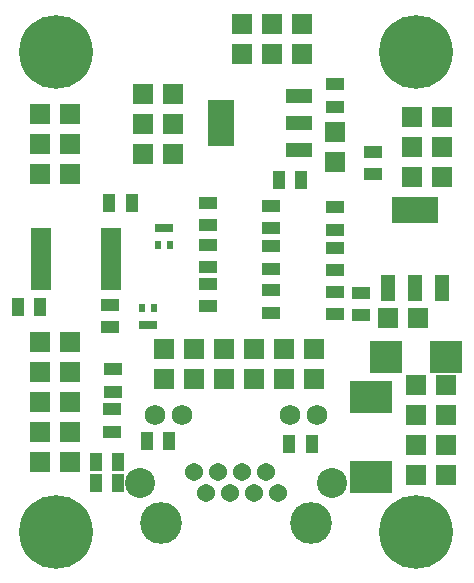
<source format=gbr>
G04 #@! TF.FileFunction,Soldermask,Bot*
%FSLAX46Y46*%
G04 Gerber Fmt 4.6, Leading zero omitted, Abs format (unit mm)*
G04 Created by KiCad (PCBNEW 4.0.1-stable) date 18. 2. 2016 10:36:15*
%MOMM*%
G01*
G04 APERTURE LIST*
%ADD10C,0.300000*%
%ADD11C,3.540000*%
%ADD12C,2.540000*%
%ADD13C,1.540000*%
%ADD14C,1.740000*%
%ADD15R,1.764000X1.764000*%
%ADD16R,1.637000X1.129000*%
%ADD17R,1.129000X1.637000*%
%ADD18C,6.240000*%
%ADD19R,3.897600X2.272000*%
%ADD20R,1.256000X2.272000*%
%ADD21R,2.272000X3.897600*%
%ADD22R,2.272000X1.256000*%
%ADD23R,1.740000X0.690000*%
%ADD24R,2.790160X2.739360*%
%ADD25R,0.539720X0.689580*%
%ADD26R,3.539460X2.739360*%
G04 APERTURE END LIST*
D10*
D11*
X13970000Y5842000D03*
X26670000Y5842000D03*
D12*
X28450000Y9272000D03*
X12190000Y9272000D03*
D13*
X17780000Y8382000D03*
X19810000Y8382000D03*
X21840000Y8382000D03*
X23870000Y8382000D03*
X16760000Y10162000D03*
X18790000Y10162000D03*
X20820000Y10162000D03*
X22850000Y10162000D03*
D14*
X27180000Y14982000D03*
X24890000Y14982000D03*
X15750000Y14982000D03*
X13460000Y14982000D03*
D15*
X35560000Y17526000D03*
X38100000Y17526000D03*
X35560000Y14986000D03*
X38100000Y14986000D03*
X35560000Y12446000D03*
X38100000Y12446000D03*
X35560000Y9906000D03*
X38100000Y9906000D03*
D16*
X30861000Y25336500D03*
X30861000Y23431500D03*
X31877000Y35369500D03*
X31877000Y37274500D03*
D17*
X25844500Y34925000D03*
X23939500Y34925000D03*
D16*
X28702000Y41084500D03*
X28702000Y42989500D03*
D17*
X3746500Y24130000D03*
X1841500Y24130000D03*
D15*
X14224000Y18034000D03*
X14224000Y20574000D03*
X16764000Y18034000D03*
X16764000Y20574000D03*
X19304000Y18034000D03*
X19304000Y20574000D03*
X21844000Y18034000D03*
X21844000Y20574000D03*
X24384000Y18034000D03*
X24384000Y20574000D03*
X26924000Y18034000D03*
X26924000Y20574000D03*
X35179000Y40259000D03*
X37719000Y40259000D03*
X35179000Y37719000D03*
X37719000Y37719000D03*
X35179000Y35179000D03*
X37719000Y35179000D03*
X28702000Y38989000D03*
X28702000Y36449000D03*
X14986000Y37084000D03*
X14986000Y39624000D03*
X14986000Y42164000D03*
X20828000Y45593000D03*
X20828000Y48133000D03*
X23368000Y45593000D03*
X23368000Y48133000D03*
X25908000Y45593000D03*
X25908000Y48133000D03*
X3746500Y37909500D03*
X6286500Y37909500D03*
X6286500Y40449500D03*
X3746500Y40449500D03*
X6223000Y21209000D03*
X3683000Y21209000D03*
X6223000Y13589000D03*
X3683000Y13589000D03*
X6223000Y16129000D03*
X3683000Y16129000D03*
X6223000Y18669000D03*
X3683000Y18669000D03*
X6223000Y11049000D03*
X3683000Y11049000D03*
D18*
X5080000Y45720000D03*
X35560000Y5080000D03*
X5080000Y5080000D03*
X35560000Y45720000D03*
D17*
X24828500Y12573000D03*
X26733500Y12573000D03*
X14668500Y12827000D03*
X12763500Y12827000D03*
D16*
X17957800Y32956500D03*
X17957800Y31051500D03*
X17945100Y29413200D03*
X17945100Y27508200D03*
X17970500Y26098500D03*
X17970500Y24193500D03*
X23266400Y32727900D03*
X23266400Y30822900D03*
X23266400Y29298900D03*
X23266400Y27393900D03*
X23266400Y25565100D03*
X23266400Y23660100D03*
X28702000Y32600900D03*
X28702000Y30695900D03*
X28702000Y29171900D03*
X28702000Y27266900D03*
X28702000Y25438100D03*
X28702000Y23533100D03*
D17*
X9588500Y32956500D03*
X11493500Y32956500D03*
D16*
X9875520Y16987520D03*
X9875520Y18892520D03*
D19*
X35433000Y32385000D03*
D20*
X35433000Y25781000D03*
X33147000Y25781000D03*
X37719000Y25781000D03*
D21*
X19050000Y39751000D03*
D22*
X25654000Y39751000D03*
X25654000Y37465000D03*
X25654000Y42037000D03*
D23*
X3806400Y25919000D03*
X3806400Y26569000D03*
X3806400Y27219000D03*
X3806400Y27869000D03*
X3806400Y28519000D03*
X3806400Y29169000D03*
X3806400Y29819000D03*
X3806400Y30469000D03*
X9706400Y30469000D03*
X9706400Y29819000D03*
X9706400Y29169000D03*
X9706400Y28519000D03*
X9706400Y27869000D03*
X9706400Y27219000D03*
X9706400Y26569000D03*
X9706400Y25919000D03*
D24*
X38084760Y19939000D03*
X33035240Y19939000D03*
D16*
X9652000Y24320500D03*
X9652000Y22415500D03*
D25*
X13327380Y22666960D03*
X12326620Y22666960D03*
X13327380Y24069040D03*
X12827000Y22666960D03*
X12326620Y24069040D03*
X13723620Y30800040D03*
X14724380Y30800040D03*
X13723620Y29397960D03*
X14224000Y30800040D03*
X14724380Y29397960D03*
D15*
X12446000Y37084000D03*
X12446000Y39624000D03*
X12446000Y42164000D03*
X33210500Y23177500D03*
X35750500Y23177500D03*
D16*
X9842500Y15494000D03*
X9842500Y13589000D03*
D15*
X6286500Y35369500D03*
X3746500Y35369500D03*
D17*
X10350500Y9271000D03*
X8445500Y9271000D03*
X8445500Y10985500D03*
X10350500Y10985500D03*
D26*
X31750000Y9743440D03*
X31750000Y16545560D03*
M02*

</source>
